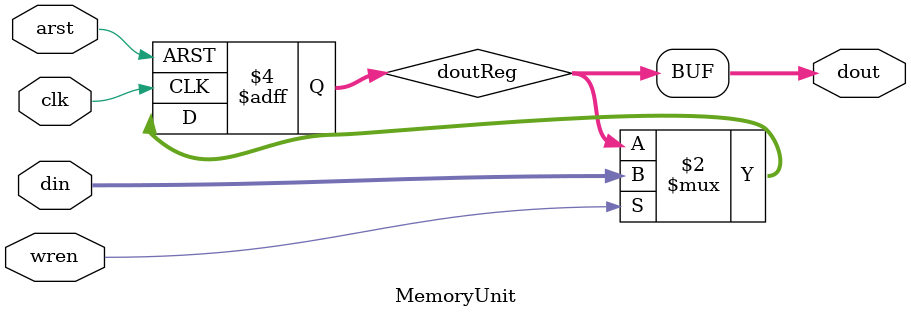
<source format=v>
/*--  *******************************************************
--  Computer Architecture Course, Laboratory Sources 
--  Amirkabir University of Technology (Tehran Polytechnic)
--  Department of Computer Engineering (CE-AUT)
--  https://ce[dot]aut[dot]ac[dot]ir
--  *******************************************************
--  All Rights reserved (C) 2019-2020
--  *******************************************************
--  Student ID  : 
--  Student Name: 
--  Student Mail: 
--  *******************************************************
--  Additional Comments:
--
--*/

/*-----------------------------------------------------------
---  Module Name: Memory Unit
---  Description: Module6:
-----------------------------------------------------------*/
`timescale 1 ns/1 ns

module MemoryUnit (
	input         arst , // async  reset
	input         clk  , // clock  posedge
	input         wren , // write  enabledata
	input  [34:0] din  , // input  data
	output [34:0] dout   // output data
);
    
	
	reg[34:0] doutReg;
	assign dout = doutReg;
	
	always@(posedge clk or posedge arst)
     begin
	
			if(arst)  doutReg <= 0;
				
				
			else
	   
		
					if(wren)  doutReg <= din	;
			
					
		end
	
	
	endmodule

</source>
